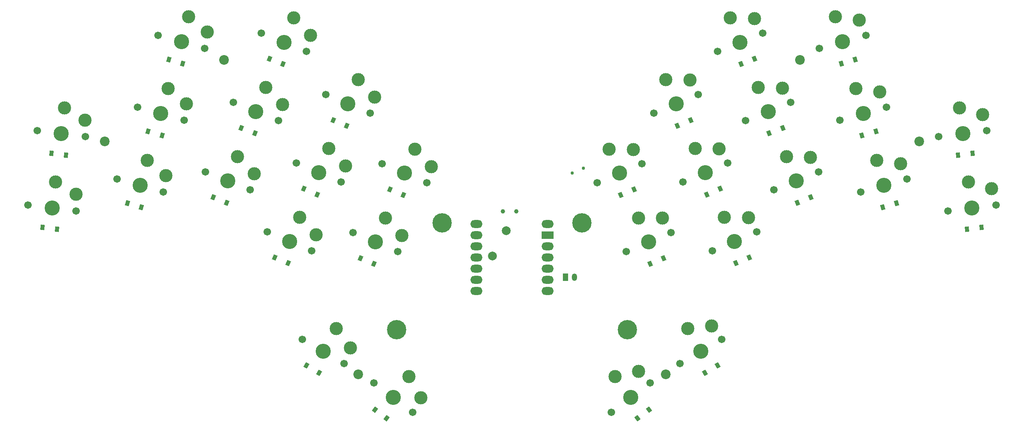
<source format=gbr>
%TF.GenerationSoftware,KiCad,Pcbnew,9.0.4*%
%TF.CreationDate,2025-10-25T14:25:06+08:00*%
%TF.ProjectId,sterna,73746572-6e61-42e6-9b69-6361645f7063,v1.0.0*%
%TF.SameCoordinates,Original*%
%TF.FileFunction,Soldermask,Top*%
%TF.FilePolarity,Negative*%
%FSLAX46Y46*%
G04 Gerber Fmt 4.6, Leading zero omitted, Abs format (unit mm)*
G04 Created by KiCad (PCBNEW 9.0.4) date 2025-10-25 14:25:06*
%MOMM*%
%LPD*%
G01*
G04 APERTURE LIST*
G04 Aperture macros list*
%AMRotRect*
0 Rectangle, with rotation*
0 The origin of the aperture is its center*
0 $1 length*
0 $2 width*
0 $3 Rotation angle, in degrees counterclockwise*
0 Add horizontal line*
21,1,$1,$2,0,0,$3*%
G04 Aperture macros list end*
%ADD10C,1.000000*%
%ADD11RotRect,0.900000X1.200000X337.000000*%
%ADD12C,1.701800*%
%ADD13C,3.000000*%
%ADD14C,3.429000*%
%ADD15O,2.750000X1.800000*%
%ADD16R,2.750000X1.800000*%
%ADD17C,2.000000*%
%ADD18RotRect,0.900000X1.200000X22.000000*%
%ADD19C,4.400000*%
%ADD20RotRect,0.900000X1.200000X23.000000*%
%ADD21C,2.200000*%
%ADD22RotRect,0.900000X1.200000X16.000000*%
%ADD23RotRect,0.900000X1.200000X338.000000*%
%ADD24R,1.200000X1.700000*%
%ADD25O,1.200000X1.700000*%
%ADD26RotRect,0.900000X1.200000X37.000000*%
%ADD27RotRect,0.900000X1.200000X30.000000*%
%ADD28RotRect,0.900000X1.200000X7.000000*%
%ADD29RotRect,0.900000X1.200000X353.000000*%
%ADD30RotRect,0.900000X1.200000X344.000000*%
%ADD31RotRect,0.900000X1.200000X330.000000*%
%ADD32RotRect,0.900000X1.200000X323.000000*%
%ADD33C,0.750000*%
G04 APERTURE END LIST*
D10*
%TO.C,T1*%
X167337528Y-134652132D03*
X170337528Y-134652132D03*
%TD*%
D11*
%TO.C,D13*%
X141629309Y-129685216D03*
X144666975Y-130974628D03*
%TD*%
D12*
%TO.C,S30*%
X191970239Y-180371442D03*
D13*
X192781935Y-172309578D03*
D14*
X196362734Y-177061459D03*
D13*
X198099105Y-171057501D03*
D12*
X200755229Y-173751476D03*
%TD*%
D15*
%TO.C,MCU1*%
X161292529Y-137532132D03*
X161292530Y-140072132D03*
X161292529Y-142612132D03*
X161292529Y-145152132D03*
X161292529Y-147692132D03*
X161292530Y-150232132D03*
X161292529Y-152772132D03*
X177482529Y-152772132D03*
X177482528Y-150232132D03*
X177482529Y-147692132D03*
X177482529Y-145152132D03*
X177482529Y-142612132D03*
D16*
X177482528Y-140072132D03*
D15*
X177482529Y-137532132D03*
D17*
X168117530Y-139120132D03*
X164942529Y-144835132D03*
%TD*%
D12*
%TO.C,S29*%
X207497875Y-169288616D03*
D13*
X209286015Y-161385765D03*
D14*
X212261015Y-166538616D03*
D13*
X214716142Y-160791021D03*
D12*
X217024155Y-163788616D03*
%TD*%
D18*
%TO.C,D19*%
X234166809Y-132715831D03*
X237226515Y-131479629D03*
%TD*%
D19*
%TO.C,PAD2*%
X185298255Y-137348603D03*
%TD*%
D20*
%TO.C,D26*%
X194108082Y-130974628D03*
X197145748Y-129685216D03*
%TD*%
D21*
%TO.C,PAD7*%
X104003111Y-100262244D03*
%TD*%
D12*
%TO.C,S16*%
X248553601Y-130323576D03*
D13*
X252200498Y-123088064D03*
D14*
X253840540Y-128807571D03*
D13*
X257613208Y-123824653D03*
D12*
X259127479Y-127291566D03*
%TD*%
%TO.C,S3*%
X79647578Y-127291566D03*
D13*
X86574559Y-123088063D03*
D14*
X84934517Y-128807571D03*
D13*
X90774466Y-126581025D03*
D12*
X90221456Y-130323576D03*
%TD*%
D19*
%TO.C,PAD4*%
X195603788Y-161626917D03*
%TD*%
D18*
%TO.C,D20*%
X227798497Y-116953707D03*
X230858203Y-115717505D03*
%TD*%
D19*
%TO.C,PAD3*%
X143171271Y-161626918D03*
%TD*%
D12*
%TO.C,S7*%
X106107848Y-109917506D03*
D13*
X113436268Y-106461098D03*
D14*
X111207359Y-111977842D03*
D13*
X117248053Y-110373936D03*
D12*
X116306870Y-114038178D03*
%TD*%
D21*
%TO.C,PAD5*%
X134463182Y-171800039D03*
%TD*%
D12*
%TO.C,S23*%
X208227272Y-128023196D03*
D13*
X210965199Y-120397171D03*
D14*
X213290049Y-125874175D03*
D13*
X216427332Y-120468626D03*
D12*
X218352826Y-123725154D03*
%TD*%
D11*
%TO.C,D10*%
X122129739Y-129555842D03*
X125167405Y-130845254D03*
%TD*%
D12*
%TO.C,S24*%
X201584843Y-112374614D03*
D13*
X204322770Y-104748589D03*
D14*
X206647620Y-110225593D03*
D13*
X209784903Y-104820044D03*
D12*
X211710397Y-108076572D03*
%TD*%
D20*
%TO.C,D25*%
X200750510Y-146623211D03*
X203788176Y-145333799D03*
%TD*%
D22*
%TO.C,D18*%
X244178283Y-101097407D03*
X247350447Y-100187803D03*
%TD*%
D21*
%TO.C,PAD8*%
X234771947Y-100262244D03*
%TD*%
D11*
%TO.C,D9*%
X115487311Y-145204426D03*
X118524977Y-146493838D03*
%TD*%
D22*
%TO.C,D16*%
X253549956Y-133780304D03*
X256722120Y-132870700D03*
%TD*%
D23*
%TO.C,D7*%
X107916857Y-115717503D03*
X110976563Y-116953705D03*
%TD*%
%TO.C,D6*%
X101548544Y-131479631D03*
X104608250Y-132715833D03*
%TD*%
D12*
%TO.C,S10*%
X120422233Y-123725155D03*
D13*
X127809860Y-120397172D03*
D14*
X125485010Y-125874176D03*
D13*
X131552776Y-124375938D03*
D12*
X130547787Y-128023197D03*
%TD*%
%TO.C,S14*%
X268369659Y-134567289D03*
D13*
X273103540Y-127991358D03*
D14*
X273828663Y-133897008D03*
D13*
X278334384Y-129565613D03*
D12*
X279287667Y-133226727D03*
%TD*%
D24*
%TO.C,JST1*%
X181537529Y-149652132D03*
D25*
X183537529Y-149652132D03*
%TD*%
D26*
%TO.C,D30*%
X197873517Y-181808042D03*
X200509015Y-179822052D03*
%TD*%
D12*
%TO.C,S2*%
X61559171Y-116353445D03*
D13*
X67743298Y-111118076D03*
D14*
X67018175Y-117023726D03*
D13*
X72437917Y-113911026D03*
D12*
X72477179Y-117694007D03*
%TD*%
%TO.C,S4*%
X84333416Y-110950118D03*
D13*
X91260397Y-106746615D03*
D14*
X89620355Y-112466123D03*
D13*
X95460304Y-110239577D03*
D12*
X94907294Y-113982128D03*
%TD*%
D23*
%TO.C,D8*%
X114285168Y-99955380D03*
X117344874Y-101191582D03*
%TD*%
D12*
%TO.C,S25*%
X195370129Y-143801154D03*
D13*
X198108056Y-136175129D03*
D14*
X200432906Y-141652133D03*
D13*
X203570189Y-136246584D03*
D12*
X205495683Y-139503112D03*
%TD*%
D19*
%TO.C,PAD1*%
X153476803Y-137348603D03*
%TD*%
D27*
%TO.C,D29*%
X213182075Y-171433935D03*
X216039961Y-169783935D03*
%TD*%
D21*
%TO.C,PAD6*%
X204311877Y-171800037D03*
%TD*%
D20*
%TO.C,D24*%
X206965223Y-115196673D03*
X210002889Y-113907261D03*
%TD*%
D28*
%TO.C,D14*%
X272763748Y-138763058D03*
X276039150Y-138360892D03*
%TD*%
D12*
%TO.C,S12*%
X133279375Y-139503112D03*
D13*
X140667002Y-136175129D03*
D14*
X138342152Y-141652133D03*
D13*
X144409918Y-140153895D03*
D12*
X143404929Y-143801154D03*
%TD*%
%TO.C,S9*%
X113779805Y-139373737D03*
D13*
X121167432Y-136045754D03*
D14*
X118842582Y-141522758D03*
D13*
X124910348Y-140024520D03*
D12*
X123905359Y-143671779D03*
%TD*%
%TO.C,S15*%
X266297880Y-117694005D03*
D13*
X271031761Y-111118074D03*
D14*
X271756884Y-117023724D03*
D13*
X276262605Y-112692329D03*
D12*
X277215888Y-116353443D03*
%TD*%
D11*
%TO.C,D11*%
X128772167Y-113907260D03*
X131809833Y-115196672D03*
%TD*%
D29*
%TO.C,D1*%
X62735907Y-138360892D03*
X66011309Y-138763058D03*
%TD*%
%TO.C,D2*%
X64807687Y-121487608D03*
X68083089Y-121889774D03*
%TD*%
D12*
%TO.C,S8*%
X112476160Y-94155381D03*
D13*
X119804580Y-90698973D03*
D14*
X117575671Y-96215717D03*
D13*
X123616365Y-94611811D03*
D12*
X122675182Y-98276053D03*
%TD*%
D30*
%TO.C,D5*%
X91424609Y-100187804D03*
X94596775Y-101097408D03*
%TD*%
D12*
%TO.C,S21*%
X216099878Y-98276053D03*
D13*
X218970480Y-90698973D03*
D14*
X221199389Y-96215717D03*
D13*
X224430534Y-90865746D03*
D12*
X226298900Y-94155381D03*
%TD*%
D21*
%TO.C,PAD10*%
X261892359Y-118738692D03*
%TD*%
D20*
%TO.C,D23*%
X213607652Y-130845255D03*
X216645318Y-129555843D03*
%TD*%
D12*
%TO.C,S5*%
X89019249Y-94608670D03*
D13*
X95946230Y-90405167D03*
D14*
X94306188Y-96124675D03*
D13*
X100146137Y-93898129D03*
D12*
X99593127Y-97640680D03*
%TD*%
D30*
%TO.C,D4*%
X86738774Y-116529251D03*
X89910940Y-117438855D03*
%TD*%
D12*
%TO.C,S18*%
X239181930Y-97640679D03*
D13*
X242828827Y-90405167D03*
D14*
X244468869Y-96124674D03*
D13*
X248241537Y-91141756D03*
D12*
X249755808Y-94608669D03*
%TD*%
%TO.C,S20*%
X222468190Y-114038176D03*
D13*
X225338792Y-106461096D03*
D14*
X227567701Y-111977840D03*
D13*
X230798846Y-106627869D03*
D12*
X232667212Y-109917504D03*
%TD*%
%TO.C,S6*%
X99739534Y-125679630D03*
D13*
X107067954Y-122223222D03*
D14*
X104839045Y-127739966D03*
D13*
X110879739Y-126136060D03*
D12*
X109938556Y-129800302D03*
%TD*%
D11*
%TO.C,D12*%
X134986880Y-145333799D03*
X138024546Y-146623211D03*
%TD*%
D21*
%TO.C,PAD9*%
X76882703Y-118738692D03*
%TD*%
D12*
%TO.C,S13*%
X139921802Y-123854528D03*
D13*
X147309429Y-120526545D03*
D14*
X144984579Y-126003549D03*
D13*
X151052345Y-124505311D03*
D12*
X150047356Y-128152570D03*
%TD*%
D22*
%TO.C,D17*%
X248864120Y-117438855D03*
X252036284Y-116529251D03*
%TD*%
D12*
%TO.C,S17*%
X243867764Y-113982128D03*
D13*
X247514661Y-106746616D03*
D14*
X249154703Y-112466123D03*
D13*
X252927371Y-107483205D03*
D12*
X254441642Y-110950118D03*
%TD*%
%TO.C,S27*%
X121750902Y-163788617D03*
D13*
X129489042Y-161385766D03*
D14*
X126514042Y-166538617D03*
D13*
X132719170Y-165791021D03*
D12*
X131277182Y-169288617D03*
%TD*%
%TO.C,S11*%
X127064660Y-108076572D03*
D13*
X134452287Y-104748589D03*
D14*
X132127437Y-110225593D03*
D13*
X138195203Y-108727355D03*
D12*
X137190214Y-112374614D03*
%TD*%
D28*
%TO.C,D15*%
X270691969Y-121889774D03*
X273967371Y-121487608D03*
%TD*%
D12*
%TO.C,S26*%
X188727700Y-128152572D03*
D13*
X191465627Y-120526547D03*
D14*
X193790477Y-126003551D03*
D13*
X196927760Y-120598002D03*
D12*
X198853254Y-123854530D03*
%TD*%
D20*
%TO.C,D22*%
X220250083Y-146493838D03*
X223287749Y-145204426D03*
%TD*%
D18*
%TO.C,D21*%
X221430186Y-101191581D03*
X224489892Y-99955379D03*
%TD*%
D31*
%TO.C,D27*%
X122735102Y-169783935D03*
X125592984Y-171433935D03*
%TD*%
D12*
%TO.C,S19*%
X228836501Y-129800302D03*
D13*
X231707103Y-122223222D03*
D14*
X233936012Y-127739966D03*
D13*
X237167157Y-122389995D03*
D12*
X239035523Y-125679630D03*
%TD*%
%TO.C,S22*%
X214869698Y-143671779D03*
D13*
X217607625Y-136045754D03*
D14*
X219932475Y-141522758D03*
D13*
X223069758Y-136117209D03*
D12*
X224995252Y-139373737D03*
%TD*%
D32*
%TO.C,D28*%
X138266047Y-179822052D03*
X140901545Y-181808042D03*
%TD*%
D12*
%TO.C,S28*%
X138019828Y-173751476D03*
D13*
X145993122Y-172309578D03*
D14*
X142412323Y-177061459D03*
D13*
X148662307Y-177075651D03*
D12*
X146804818Y-180371442D03*
%TD*%
D30*
%TO.C,D3*%
X82052939Y-132870700D03*
X85225105Y-133780304D03*
%TD*%
D12*
%TO.C,S1*%
X59487390Y-133226728D03*
D13*
X65671517Y-127991359D03*
D14*
X64946394Y-133897009D03*
D13*
X70366136Y-130784309D03*
D12*
X70405398Y-134567290D03*
%TD*%
D33*
%TO.C,B1*%
X185617298Y-124855828D03*
X183085910Y-125930336D03*
%TD*%
M02*

</source>
